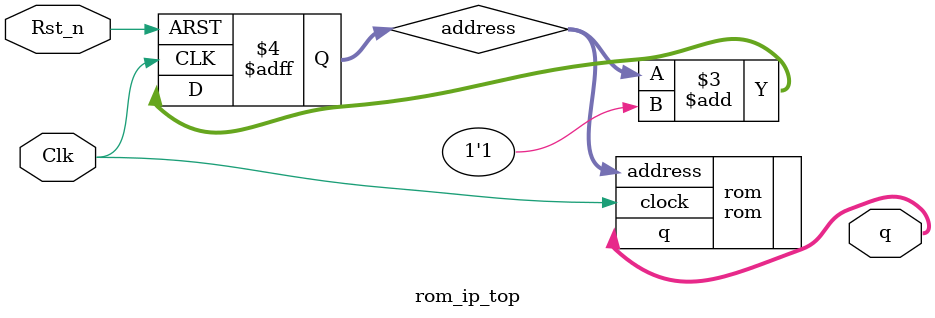
<source format=v>
module rom_ip_top(Clk, Rst_n, q);

	input Clk;
	input Rst_n;
	
	output [7:0] q;	
	
	reg [7:0] address;
	wire [7:0] q;
	
	rom rom(
		.address(address),
		.clock(Clk),
		.q(q)
	);
	
	always@(posedge Clk or negedge Rst_n)
	begin
		if (!Rst_n)
			address <= 8'd0;
		else 
			address <= address + 1'b1;
	end

endmodule

</source>
